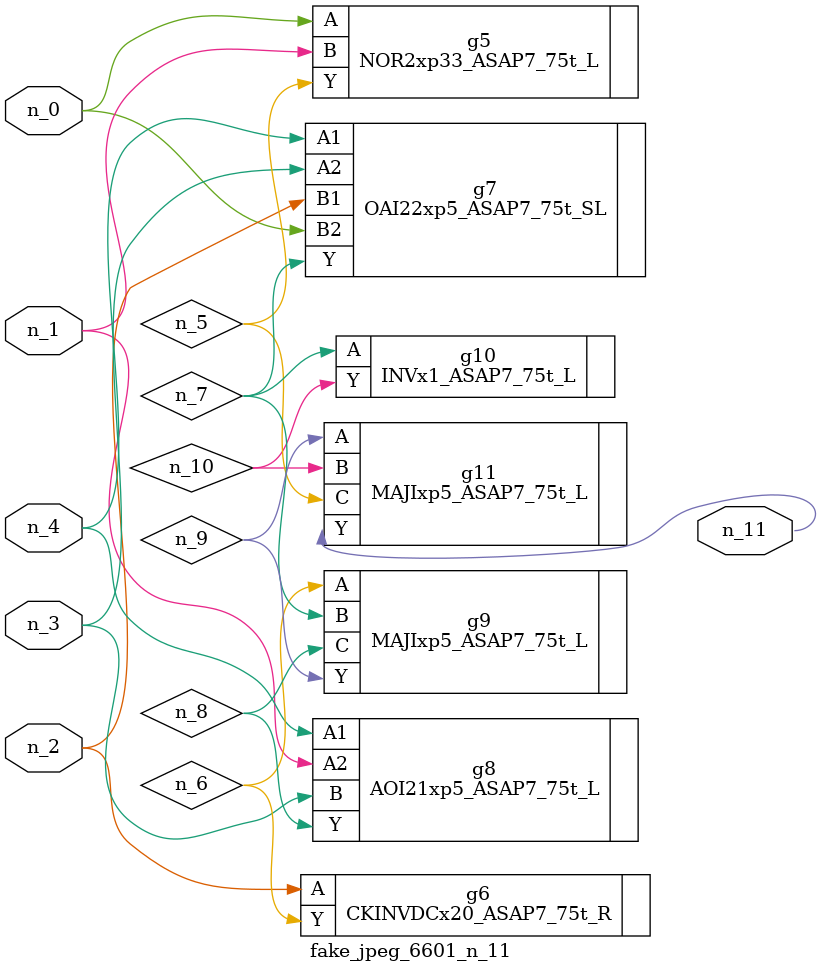
<source format=v>
module fake_jpeg_6601_n_11 (n_3, n_2, n_1, n_0, n_4, n_11);

input n_3;
input n_2;
input n_1;
input n_0;
input n_4;

output n_11;

wire n_10;
wire n_8;
wire n_9;
wire n_6;
wire n_5;
wire n_7;

NOR2xp33_ASAP7_75t_L g5 ( 
.A(n_0),
.B(n_1),
.Y(n_5)
);

CKINVDCx20_ASAP7_75t_R g6 ( 
.A(n_2),
.Y(n_6)
);

OAI22xp5_ASAP7_75t_SL g7 ( 
.A1(n_4),
.A2(n_3),
.B1(n_2),
.B2(n_0),
.Y(n_7)
);

AOI21xp5_ASAP7_75t_L g8 ( 
.A1(n_4),
.A2(n_1),
.B(n_3),
.Y(n_8)
);

MAJIxp5_ASAP7_75t_L g9 ( 
.A(n_6),
.B(n_7),
.C(n_8),
.Y(n_9)
);

MAJIxp5_ASAP7_75t_L g11 ( 
.A(n_9),
.B(n_10),
.C(n_5),
.Y(n_11)
);

INVx1_ASAP7_75t_L g10 ( 
.A(n_7),
.Y(n_10)
);


endmodule
</source>
